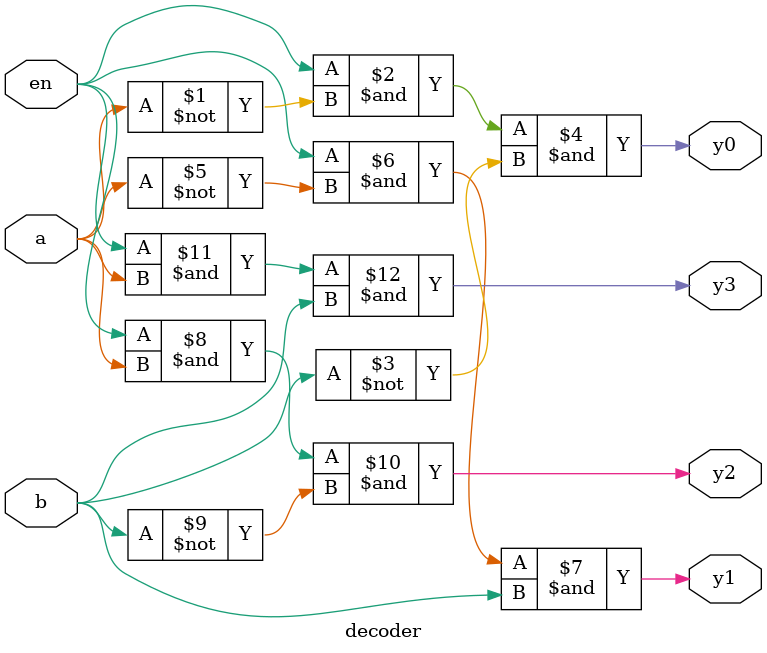
<source format=v>
module decoder(
  input en,a,b,
  output y0,y1,y2,y3
);
  assign y0= en&~a&~b;
  assign y1=en&~a&b;
  assign y2=en&a&~b;
  assign y3=en&a&b;
endmodule

</source>
